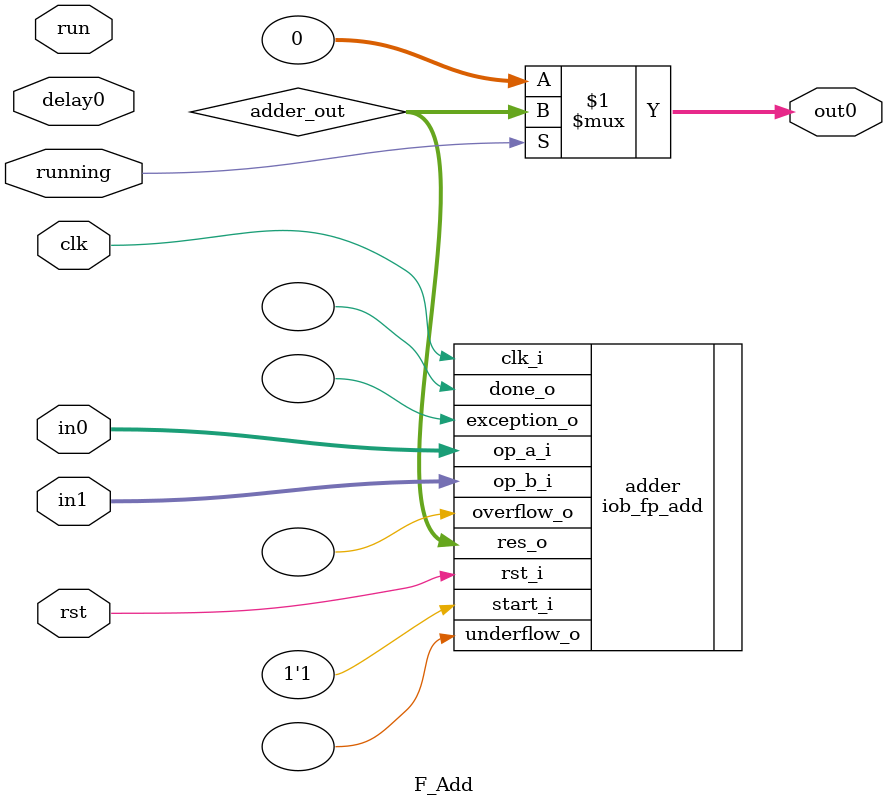
<source format=v>
`timescale 1ns / 1ps

module F_Add  #(
    parameter DATA_W = 32,
    parameter DELAY_W = 7
    )
   (
   //control
   input clk,
   input rst,

   input running,
   input run,

   input [DATA_W-1:0] in0,
   input [DATA_W-1:0] in1,

   input [DELAY_W-1:0] delay0,

   (* versat_latency = 5 *) output [DATA_W-1:0] out0
   );

wire [DATA_W-1:0] adder_out;

iob_fp_add adder (
  .start_i(1'b1),
  .done_o (),

  .op_a_i(in0),
  .op_b_i(in1),

  .res_o(adder_out),

  .overflow_o (),
  .underflow_o(),
  .exception_o(),

  .clk_i(clk),
  .rst_i(rst)
);

assign out0 = running ? adder_out : 0;

endmodule

</source>
